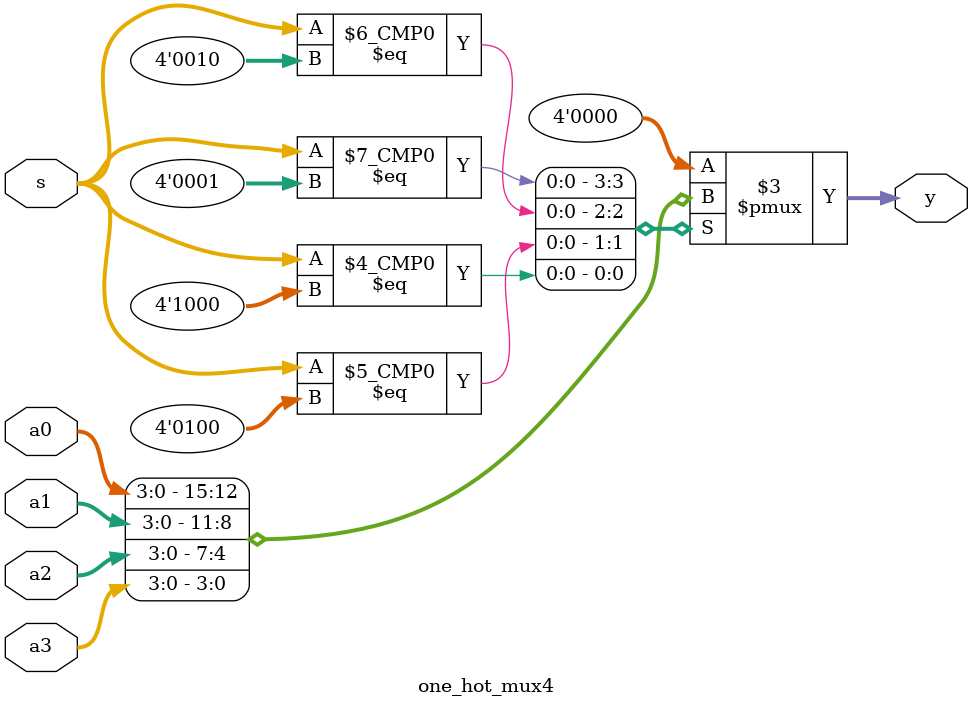
<source format=sv>
module one_hot_mux4
#(
  parameter W = 4
)
(
  input logic [3 : 0] s,
  input logic [W - 1 : 0] a0, a1, a2, a3,
  output logic [W - 1 : 0] y
);
  
  always_comb begin
    case (s)
      4'b0001 : y = a0;
      4'b0010 : y = a1;
      4'b0100 : y = a2;
      4'b1000 : y = a3;
      default : y = '0;
    endcase
  end
endmodule

</source>
